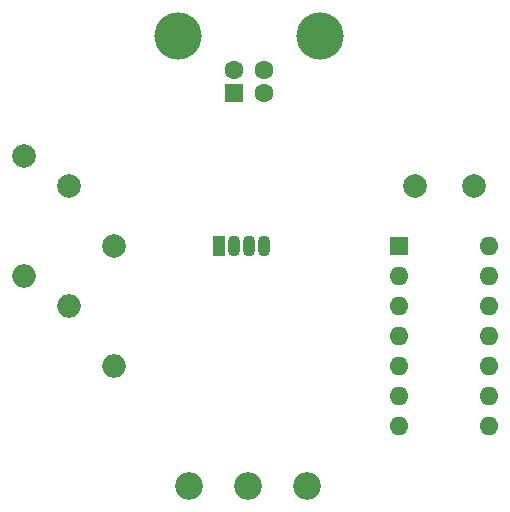
<source format=gbr>
G04 #@! TF.GenerationSoftware,KiCad,Pcbnew,(5.1.10)-1*
G04 #@! TF.CreationDate,2022-04-20T15:01:37+01:00*
G04 #@! TF.ProjectId,ATtinyRGBLamp,41547469-6e79-4524-9742-4c616d702e6b,rev?*
G04 #@! TF.SameCoordinates,Original*
G04 #@! TF.FileFunction,Copper,L1,Top*
G04 #@! TF.FilePolarity,Positive*
%FSLAX46Y46*%
G04 Gerber Fmt 4.6, Leading zero omitted, Abs format (unit mm)*
G04 Created by KiCad (PCBNEW (5.1.10)-1) date 2022-04-20 15:01:37*
%MOMM*%
%LPD*%
G01*
G04 APERTURE LIST*
G04 #@! TA.AperFunction,ComponentPad*
%ADD10C,2.340000*%
G04 #@! TD*
G04 #@! TA.AperFunction,ComponentPad*
%ADD11C,4.000000*%
G04 #@! TD*
G04 #@! TA.AperFunction,ComponentPad*
%ADD12C,1.600000*%
G04 #@! TD*
G04 #@! TA.AperFunction,ComponentPad*
%ADD13R,1.600000X1.600000*%
G04 #@! TD*
G04 #@! TA.AperFunction,ComponentPad*
%ADD14C,2.000000*%
G04 #@! TD*
G04 #@! TA.AperFunction,ComponentPad*
%ADD15R,1.070000X1.800000*%
G04 #@! TD*
G04 #@! TA.AperFunction,ComponentPad*
%ADD16O,1.070000X1.800000*%
G04 #@! TD*
G04 #@! TA.AperFunction,ComponentPad*
%ADD17O,1.600000X1.600000*%
G04 #@! TD*
G04 #@! TA.AperFunction,ComponentPad*
%ADD18O,2.000000X2.000000*%
G04 #@! TD*
G04 APERTURE END LIST*
D10*
G04 #@! TO.P,POT,3*
G04 #@! TO.N,GND*
X144620000Y-83820000D03*
G04 #@! TO.P,POT,2*
G04 #@! TO.N,Net-(IC1-Pad13)*
X139620000Y-83820000D03*
G04 #@! TO.P,POT,1*
G04 #@! TO.N,+5V*
X134620000Y-83820000D03*
G04 #@! TD*
D11*
G04 #@! TO.P,USB,5*
G04 #@! TO.N,Net-(J1-Pad5)*
X133680000Y-45720000D03*
X145680000Y-45720000D03*
D12*
G04 #@! TO.P,USB,4*
G04 #@! TO.N,GND*
X138430000Y-48580000D03*
G04 #@! TO.P,USB,3*
G04 #@! TO.N,Net-(J1-Pad3)*
X140930000Y-48580000D03*
G04 #@! TO.P,USB,2*
G04 #@! TO.N,Net-(J1-Pad2)*
X140930000Y-50580000D03*
D13*
G04 #@! TO.P,USB,1*
G04 #@! TO.N,+5V*
X138430000Y-50580000D03*
G04 #@! TD*
D14*
G04 #@! TO.P,C1,1*
G04 #@! TO.N,GND*
X158750000Y-58420000D03*
G04 #@! TO.P,C1,2*
G04 #@! TO.N,+5V*
X153750000Y-58420000D03*
G04 #@! TD*
D15*
G04 #@! TO.P,D1,1*
G04 #@! TO.N,Net-(D1-Pad1)*
X137160000Y-63500000D03*
D16*
G04 #@! TO.P,D1,2*
G04 #@! TO.N,+5V*
X138430000Y-63500000D03*
G04 #@! TO.P,D1,3*
G04 #@! TO.N,Net-(D1-Pad3)*
X139700000Y-63500000D03*
G04 #@! TO.P,D1,4*
G04 #@! TO.N,Net-(D1-Pad4)*
X140970000Y-63500000D03*
G04 #@! TD*
D13*
G04 #@! TO.P,IC1,1*
G04 #@! TO.N,+5V*
X152400000Y-63500000D03*
D17*
G04 #@! TO.P,IC1,8*
G04 #@! TO.N,Net-(IC1-Pad8)*
X160020000Y-78740000D03*
G04 #@! TO.P,IC1,2*
G04 #@! TO.N,Net-(IC1-Pad2)*
X152400000Y-66040000D03*
G04 #@! TO.P,IC1,9*
G04 #@! TO.N,Net-(IC1-Pad9)*
X160020000Y-76200000D03*
G04 #@! TO.P,IC1,3*
G04 #@! TO.N,Net-(IC1-Pad3)*
X152400000Y-68580000D03*
G04 #@! TO.P,IC1,10*
G04 #@! TO.N,Net-(IC1-Pad10)*
X160020000Y-73660000D03*
G04 #@! TO.P,IC1,4*
G04 #@! TO.N,Net-(IC1-Pad4)*
X152400000Y-71120000D03*
G04 #@! TO.P,IC1,11*
G04 #@! TO.N,Net-(IC1-Pad11)*
X160020000Y-71120000D03*
G04 #@! TO.P,IC1,5*
G04 #@! TO.N,Net-(IC1-Pad5)*
X152400000Y-73660000D03*
G04 #@! TO.P,IC1,12*
G04 #@! TO.N,Net-(IC1-Pad12)*
X160020000Y-68580000D03*
G04 #@! TO.P,IC1,6*
G04 #@! TO.N,Net-(IC1-Pad6)*
X152400000Y-76200000D03*
G04 #@! TO.P,IC1,13*
G04 #@! TO.N,Net-(IC1-Pad13)*
X160020000Y-66040000D03*
G04 #@! TO.P,IC1,7*
G04 #@! TO.N,Net-(IC1-Pad7)*
X152400000Y-78740000D03*
G04 #@! TO.P,IC1,14*
G04 #@! TO.N,GND*
X160020000Y-63500000D03*
G04 #@! TD*
D18*
G04 #@! TO.P,R1,2*
G04 #@! TO.N,Net-(IC1-Pad7)*
X128270000Y-73660000D03*
D14*
G04 #@! TO.P,R1,1*
G04 #@! TO.N,Net-(D1-Pad1)*
X128270000Y-63500000D03*
G04 #@! TD*
G04 #@! TO.P,R2,1*
G04 #@! TO.N,Net-(D1-Pad3)*
X124460000Y-58420000D03*
D18*
G04 #@! TO.P,R2,2*
G04 #@! TO.N,Net-(IC1-Pad6)*
X124460000Y-68580000D03*
G04 #@! TD*
D14*
G04 #@! TO.P,R3,1*
G04 #@! TO.N,Net-(D1-Pad4)*
X120650000Y-55880000D03*
D18*
G04 #@! TO.P,R3,2*
G04 #@! TO.N,Net-(IC1-Pad5)*
X120650000Y-66040000D03*
G04 #@! TD*
M02*

</source>
